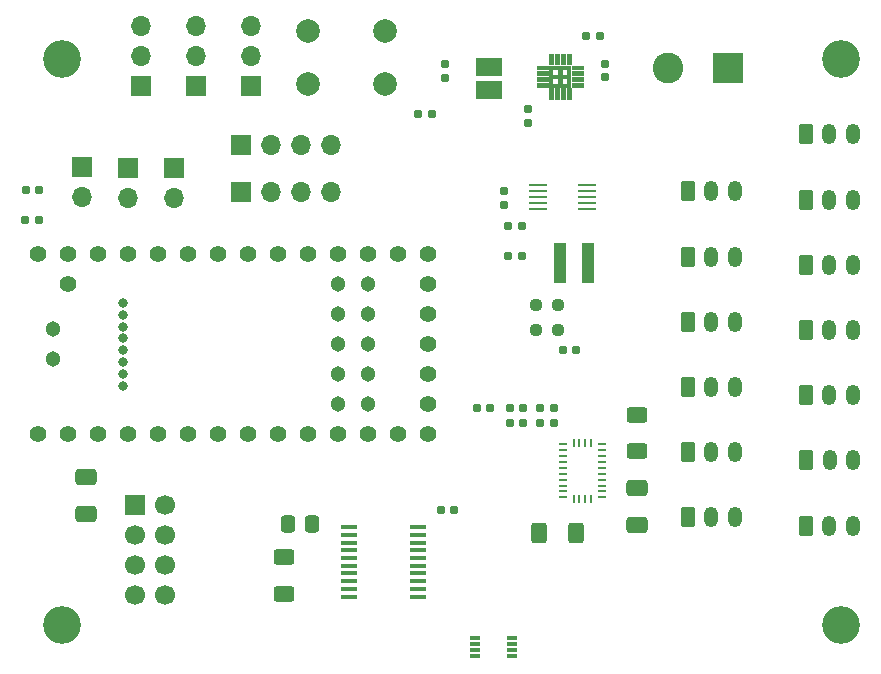
<source format=gbr>
%TF.GenerationSoftware,KiCad,Pcbnew,8.0.7*%
%TF.CreationDate,2024-12-28T15:18:58+07:00*%
%TF.ProjectId,Teensy4.0PCB,5465656e-7379-4342-9e30-5043422e6b69,rev?*%
%TF.SameCoordinates,Original*%
%TF.FileFunction,Soldermask,Top*%
%TF.FilePolarity,Negative*%
%FSLAX46Y46*%
G04 Gerber Fmt 4.6, Leading zero omitted, Abs format (unit mm)*
G04 Created by KiCad (PCBNEW 8.0.7) date 2024-12-28 15:18:58*
%MOMM*%
%LPD*%
G01*
G04 APERTURE LIST*
G04 Aperture macros list*
%AMRoundRect*
0 Rectangle with rounded corners*
0 $1 Rounding radius*
0 $2 $3 $4 $5 $6 $7 $8 $9 X,Y pos of 4 corners*
0 Add a 4 corners polygon primitive as box body*
4,1,4,$2,$3,$4,$5,$6,$7,$8,$9,$2,$3,0*
0 Add four circle primitives for the rounded corners*
1,1,$1+$1,$2,$3*
1,1,$1+$1,$4,$5*
1,1,$1+$1,$6,$7*
1,1,$1+$1,$8,$9*
0 Add four rect primitives between the rounded corners*
20,1,$1+$1,$2,$3,$4,$5,0*
20,1,$1+$1,$4,$5,$6,$7,0*
20,1,$1+$1,$6,$7,$8,$9,0*
20,1,$1+$1,$8,$9,$2,$3,0*%
G04 Aperture macros list end*
%ADD10C,0.000000*%
%ADD11RoundRect,0.155000X-0.155000X0.212500X-0.155000X-0.212500X0.155000X-0.212500X0.155000X0.212500X0*%
%ADD12RoundRect,0.155000X0.212500X0.155000X-0.212500X0.155000X-0.212500X-0.155000X0.212500X-0.155000X0*%
%ADD13RoundRect,0.160000X0.160000X-0.197500X0.160000X0.197500X-0.160000X0.197500X-0.160000X-0.197500X0*%
%ADD14RoundRect,0.160000X-0.197500X-0.160000X0.197500X-0.160000X0.197500X0.160000X-0.197500X0.160000X0*%
%ADD15R,0.850000X0.280000*%
%ADD16R,0.280000X0.850000*%
%ADD17R,1.574800X0.279400*%
%ADD18R,0.850000X0.300000*%
%ADD19R,1.475000X0.450000*%
%ADD20RoundRect,0.250000X-0.337500X-0.475000X0.337500X-0.475000X0.337500X0.475000X-0.337500X0.475000X0*%
%ADD21RoundRect,0.250000X-0.625000X0.400000X-0.625000X-0.400000X0.625000X-0.400000X0.625000X0.400000X0*%
%ADD22RoundRect,0.250000X0.650000X-0.412500X0.650000X0.412500X-0.650000X0.412500X-0.650000X-0.412500X0*%
%ADD23RoundRect,0.250000X-0.400000X-0.625000X0.400000X-0.625000X0.400000X0.625000X-0.400000X0.625000X0*%
%ADD24RoundRect,0.155000X-0.212500X-0.155000X0.212500X-0.155000X0.212500X0.155000X-0.212500X0.155000X0*%
%ADD25R,2.260600X1.498600*%
%ADD26R,0.980000X3.400000*%
%ADD27RoundRect,0.237500X-0.250000X-0.237500X0.250000X-0.237500X0.250000X0.237500X-0.250000X0.237500X0*%
%ADD28RoundRect,0.160000X0.197500X0.160000X-0.197500X0.160000X-0.197500X-0.160000X0.197500X-0.160000X0*%
%ADD29R,0.675000X0.254000*%
%ADD30R,0.254000X0.675000*%
%ADD31R,1.700000X1.700000*%
%ADD32C,1.700000*%
%ADD33C,1.404000*%
%ADD34C,1.304000*%
%ADD35C,0.804000*%
%ADD36RoundRect,0.250000X-0.350000X-0.625000X0.350000X-0.625000X0.350000X0.625000X-0.350000X0.625000X0*%
%ADD37O,1.200000X1.750000*%
%ADD38O,1.700000X1.700000*%
%ADD39C,2.000000*%
%ADD40R,2.600000X2.600000*%
%ADD41C,2.600000*%
%ADD42C,3.200000*%
G04 APERTURE END LIST*
D10*
%TO.C,U4*%
G36*
X155244594Y-72209598D02*
G01*
X154255403Y-72209598D01*
X154255403Y-71790404D01*
X155244594Y-71790404D01*
X155244594Y-72209598D01*
G37*
G36*
X155244594Y-72709597D02*
G01*
X154255403Y-72709597D01*
X154255403Y-72290406D01*
X155244594Y-72290406D01*
X155244594Y-72709597D01*
G37*
G36*
X155244594Y-73209596D02*
G01*
X154255403Y-73209596D01*
X154255403Y-72790405D01*
X155244594Y-72790405D01*
X155244594Y-73209596D01*
G37*
G36*
X155244594Y-73709598D02*
G01*
X154255403Y-73709598D01*
X154255403Y-73290404D01*
X155244594Y-73290404D01*
X155244594Y-73709598D01*
G37*
G36*
X155684405Y-74719596D02*
G01*
X155265213Y-74719596D01*
X155265213Y-73730405D01*
X155684405Y-73730405D01*
X155684405Y-74719596D01*
G37*
G36*
X156184531Y-74719596D02*
G01*
X155765339Y-74719596D01*
X155765339Y-73730405D01*
X156184531Y-73730405D01*
X156184531Y-74719596D01*
G37*
G36*
X156684657Y-74719596D02*
G01*
X156265465Y-74719596D01*
X156265465Y-73730405D01*
X156684657Y-73730405D01*
X156684657Y-74719596D01*
G37*
G36*
X157184783Y-74719596D02*
G01*
X156765591Y-74719596D01*
X156765591Y-73730405D01*
X157184783Y-73730405D01*
X157184783Y-74719596D01*
G37*
G36*
X158194593Y-73709598D02*
G01*
X157205402Y-73709598D01*
X157205402Y-73290404D01*
X158194593Y-73290404D01*
X158194593Y-73709598D01*
G37*
G36*
X158194593Y-73209596D02*
G01*
X157205402Y-73209596D01*
X157205402Y-72790405D01*
X158194593Y-72790405D01*
X158194593Y-73209596D01*
G37*
G36*
X158194593Y-72709597D02*
G01*
X157205402Y-72709597D01*
X157205402Y-72290406D01*
X158194593Y-72290406D01*
X158194593Y-72709597D01*
G37*
G36*
X158194593Y-72209598D02*
G01*
X157205402Y-72209598D01*
X157205402Y-71790404D01*
X158194593Y-71790404D01*
X158194593Y-72209598D01*
G37*
G36*
X157184783Y-71769597D02*
G01*
X156765591Y-71769597D01*
X156765591Y-70780406D01*
X157184783Y-70780406D01*
X157184783Y-71769597D01*
G37*
G36*
X156684657Y-71769597D02*
G01*
X156265465Y-71769597D01*
X156265465Y-70780406D01*
X156684657Y-70780406D01*
X156684657Y-71769597D01*
G37*
G36*
X156184531Y-71769597D02*
G01*
X155765339Y-71769597D01*
X155765339Y-70780406D01*
X156184531Y-70780406D01*
X156184531Y-71769597D01*
G37*
G36*
X155684405Y-71769597D02*
G01*
X155265213Y-71769597D01*
X155265213Y-70780406D01*
X155684405Y-70780406D01*
X155684405Y-71769597D01*
G37*
G36*
X157138498Y-72156301D02*
G01*
X155311498Y-72156301D01*
X155311498Y-71836501D01*
X157138498Y-71836501D01*
X157138498Y-72156301D01*
G37*
G36*
X157138498Y-72943701D02*
G01*
X155311498Y-72943701D01*
X155311498Y-72556301D01*
X157138498Y-72556301D01*
X157138498Y-72943701D01*
G37*
G36*
X157138498Y-73663501D02*
G01*
X155311498Y-73663501D01*
X155311498Y-73343701D01*
X157138498Y-73343701D01*
X157138498Y-73663501D01*
G37*
G36*
X155631298Y-73663501D02*
G01*
X155311498Y-73663501D01*
X155311498Y-71836501D01*
X155631298Y-71836501D01*
X155631298Y-73663501D01*
G37*
G36*
X156418698Y-73663501D02*
G01*
X156031298Y-73663501D01*
X156031298Y-71836501D01*
X156418698Y-71836501D01*
X156418698Y-73663501D01*
G37*
G36*
X157138498Y-73663501D02*
G01*
X156818698Y-73663501D01*
X156818698Y-71836501D01*
X157138498Y-71836501D01*
X157138498Y-73663501D01*
G37*
%TD*%
D11*
%TO.C,C10*%
X159999999Y-72767502D03*
X159999999Y-71632502D03*
%TD*%
D12*
%TO.C,C11*%
X158432499Y-69300002D03*
X159567499Y-69300002D03*
%TD*%
D13*
%TO.C,R7*%
X153500000Y-76697500D03*
X153500000Y-75502500D03*
%TD*%
D14*
%TO.C,R4*%
X145397500Y-75900000D03*
X144202500Y-75900000D03*
%TD*%
D11*
%TO.C,C14*%
X146500000Y-71700000D03*
X146500000Y-72835000D03*
%TD*%
D15*
%TO.C,U4*%
X154749997Y-72000000D03*
X154749997Y-72500001D03*
X154749997Y-73000001D03*
X154749997Y-73500002D03*
D16*
X155474809Y-74225002D03*
X155974935Y-74225002D03*
X156475061Y-74225002D03*
X156975187Y-74225002D03*
D15*
X157699999Y-73500002D03*
X157699999Y-73000001D03*
X157699999Y-72500001D03*
X157699999Y-72000000D03*
D16*
X156975187Y-71275000D03*
X156475061Y-71275000D03*
X155974935Y-71275000D03*
X155474809Y-71275000D03*
%TD*%
D17*
%TO.C,U5*%
X154304500Y-81899999D03*
X154304500Y-82400001D03*
X154304500Y-82900000D03*
X154304500Y-83399999D03*
X154304500Y-83900001D03*
X158495500Y-83900001D03*
X158495500Y-83399999D03*
X158495500Y-82900000D03*
X158495500Y-82400001D03*
X158495500Y-81899999D03*
%TD*%
D18*
%TO.C,IC2*%
X149000000Y-120300000D03*
X149000000Y-120800000D03*
X149000000Y-121300000D03*
X149000000Y-121800000D03*
X152150000Y-121800000D03*
X152150000Y-121300000D03*
X152150000Y-120800000D03*
X152150000Y-120300000D03*
%TD*%
D19*
%TO.C,IC1*%
X138324000Y-110900000D03*
X138324000Y-111550000D03*
X138324000Y-112200000D03*
X138324000Y-112850000D03*
X138324000Y-113500000D03*
X138324000Y-114150000D03*
X138324000Y-114800000D03*
X138324000Y-115450000D03*
X138324000Y-116100000D03*
X138324000Y-116750000D03*
X144200000Y-116750000D03*
X144200000Y-116100000D03*
X144200000Y-115450000D03*
X144200000Y-114800000D03*
X144200000Y-114150000D03*
X144200000Y-113500000D03*
X144200000Y-112850000D03*
X144200000Y-112200000D03*
X144200000Y-111550000D03*
X144200000Y-110900000D03*
%TD*%
D20*
%TO.C,C6*%
X133162500Y-110600000D03*
X135237500Y-110600000D03*
%TD*%
D21*
%TO.C,R1*%
X162700000Y-101350000D03*
X162700000Y-104450000D03*
%TD*%
D22*
%TO.C,C5*%
X162700000Y-110662500D03*
X162700000Y-107537500D03*
%TD*%
D23*
%TO.C,R2*%
X154450000Y-111400000D03*
X157550000Y-111400000D03*
%TD*%
D22*
%TO.C,C1*%
X116100000Y-109725000D03*
X116100000Y-106600000D03*
%TD*%
D21*
%TO.C,R3*%
X132800000Y-113400000D03*
X132800000Y-116500000D03*
%TD*%
D24*
%TO.C,C13*%
X156432500Y-95900000D03*
X157567500Y-95900000D03*
%TD*%
D11*
%TO.C,C12*%
X151500000Y-82432500D03*
X151500000Y-83567500D03*
%TD*%
D24*
%TO.C,C9*%
X110932500Y-84900000D03*
X112067500Y-84900000D03*
%TD*%
%TO.C,C8*%
X110982500Y-82360000D03*
X112117500Y-82360000D03*
%TD*%
D12*
%TO.C,C7*%
X147267500Y-109400000D03*
X146132500Y-109400000D03*
%TD*%
D24*
%TO.C,C4*%
X151932500Y-100800000D03*
X153067500Y-100800000D03*
%TD*%
D12*
%TO.C,C3*%
X153067500Y-102100000D03*
X151932500Y-102100000D03*
%TD*%
D24*
%TO.C,C2*%
X149132500Y-100800000D03*
X150267500Y-100800000D03*
%TD*%
D25*
%TO.C,L1*%
X150200000Y-71947500D03*
X150200000Y-73852500D03*
%TD*%
D26*
%TO.C,L2*%
X156215000Y-88500000D03*
X158585000Y-88500000D03*
%TD*%
D27*
%TO.C,R11*%
X154175000Y-94200000D03*
X156000000Y-94200000D03*
%TD*%
%TO.C,R10*%
X154187500Y-92100000D03*
X156012500Y-92100000D03*
%TD*%
D28*
%TO.C,R9*%
X152997500Y-85400000D03*
X151802500Y-85400000D03*
%TD*%
D14*
%TO.C,R8*%
X151802500Y-87900000D03*
X152997500Y-87900000D03*
%TD*%
D29*
%TO.C,U3*%
X156437500Y-108350000D03*
D30*
X157350000Y-108487500D03*
X157850000Y-108487500D03*
X158350000Y-108487500D03*
X158850000Y-108487500D03*
D29*
X159762500Y-108350000D03*
X159762500Y-107850000D03*
X159762500Y-107350000D03*
X159762500Y-106850000D03*
X159762500Y-106350000D03*
X159762500Y-105850000D03*
X159762500Y-105350000D03*
X159762500Y-104850000D03*
X159762500Y-104350000D03*
X159762500Y-103850000D03*
D30*
X158850000Y-103712500D03*
X158350000Y-103712500D03*
X157850000Y-103712500D03*
X157350000Y-103712500D03*
D29*
X156437500Y-103850000D03*
X156437500Y-104350000D03*
X156437500Y-104850000D03*
X156437500Y-105350000D03*
X156437500Y-105850000D03*
X156437500Y-106350000D03*
X156437500Y-106850000D03*
X156437500Y-107350000D03*
X156437500Y-107850000D03*
%TD*%
D31*
%TO.C,U2*%
X120210500Y-108975000D03*
D32*
X122750500Y-108975000D03*
X120210500Y-111515000D03*
X122750500Y-111515000D03*
X120210500Y-114055000D03*
X122750500Y-114055000D03*
X120210500Y-116595000D03*
X122750500Y-116595000D03*
%TD*%
D33*
%TO.C,U1*%
X142505000Y-103020000D03*
X112025000Y-87780000D03*
X114565000Y-90320000D03*
X114565000Y-87780000D03*
X117105000Y-87780000D03*
X119645000Y-87780000D03*
X122185000Y-87780000D03*
X124725000Y-87780000D03*
X127265000Y-87780000D03*
X129805000Y-87780000D03*
X132345000Y-87780000D03*
X134885000Y-87780000D03*
X137425000Y-87780000D03*
X139965000Y-87780000D03*
X142505000Y-87780000D03*
X145045000Y-87780000D03*
X145045000Y-90320000D03*
X145045000Y-92860000D03*
X145045000Y-95400000D03*
X145045000Y-97940000D03*
X145045000Y-100480000D03*
X145045000Y-103020000D03*
X139965000Y-103020000D03*
X137425000Y-103020000D03*
X134885000Y-103020000D03*
X132345000Y-103020000D03*
X129805000Y-103020000D03*
X127265000Y-103020000D03*
X124725000Y-103020000D03*
X122185000Y-103020000D03*
X119645000Y-103020000D03*
X117105000Y-103020000D03*
D34*
X113295000Y-96670000D03*
X113295000Y-94130000D03*
D35*
X119163400Y-98900000D03*
X119163400Y-97900000D03*
X119163400Y-96900000D03*
X119163400Y-95900000D03*
X119163400Y-94900000D03*
X119163400Y-93900000D03*
X119163400Y-92900000D03*
X119163400Y-91900000D03*
D34*
X137425000Y-100480000D03*
X139965000Y-100480000D03*
X137425000Y-97940000D03*
X139965000Y-97940000D03*
X137425000Y-95400000D03*
X139965000Y-95400000D03*
X137425000Y-92860000D03*
X139965000Y-92860000D03*
X137425000Y-90320000D03*
X139965000Y-90320000D03*
D33*
X114565000Y-103020000D03*
X112025000Y-103020000D03*
%TD*%
D36*
%TO.C,servo13*%
X177050000Y-105150000D03*
D37*
X179050000Y-105150000D03*
X181050000Y-105150000D03*
%TD*%
D36*
%TO.C,servo12*%
X177000000Y-110800000D03*
D37*
X179000000Y-110800000D03*
X181000000Y-110800000D03*
%TD*%
D36*
%TO.C,servo11*%
X167000000Y-110000000D03*
D37*
X169000000Y-110000000D03*
X171000000Y-110000000D03*
%TD*%
D36*
%TO.C,servo10*%
X177000000Y-99650000D03*
D37*
X179000000Y-99650000D03*
X181000000Y-99650000D03*
%TD*%
D36*
%TO.C,servo9*%
X177000000Y-94150000D03*
D37*
X179000000Y-94150000D03*
X181000000Y-94150000D03*
%TD*%
D36*
%TO.C,servo8*%
X177000000Y-88650000D03*
D37*
X179000000Y-88650000D03*
X181000000Y-88650000D03*
%TD*%
D36*
%TO.C,servo7*%
X177000000Y-83150000D03*
D37*
X179000000Y-83150000D03*
X181000000Y-83150000D03*
%TD*%
D36*
%TO.C,servo6*%
X177000000Y-77600000D03*
D37*
X179000000Y-77600000D03*
X181000000Y-77600000D03*
%TD*%
D36*
%TO.C,servo5*%
X167000000Y-104500000D03*
D37*
X169000000Y-104500000D03*
X171000000Y-104500000D03*
%TD*%
D36*
%TO.C,servo4*%
X167000000Y-99000000D03*
D37*
X169000000Y-99000000D03*
X171000000Y-99000000D03*
%TD*%
D36*
%TO.C,servo3*%
X167000000Y-93500000D03*
D37*
X169000000Y-93500000D03*
X171000000Y-93500000D03*
%TD*%
D36*
%TO.C,servo2*%
X167000000Y-88000000D03*
D37*
X169000000Y-88000000D03*
X171000000Y-88000000D03*
%TD*%
D36*
%TO.C,servo1*%
X167000000Y-82450000D03*
D37*
X169000000Y-82450000D03*
X171000000Y-82450000D03*
%TD*%
D31*
%TO.C,S5*%
X115700000Y-80400000D03*
D38*
X115700000Y-82940000D03*
%TD*%
D31*
%TO.C,S4*%
X119600000Y-80440000D03*
D38*
X119600000Y-82980000D03*
%TD*%
D31*
%TO.C,S3*%
X123500000Y-80440000D03*
D38*
X123500000Y-82980000D03*
%TD*%
D31*
%TO.C,J2*%
X129200000Y-82500000D03*
D38*
X131740000Y-82500000D03*
X134280000Y-82500000D03*
X136820000Y-82500000D03*
%TD*%
D31*
%TO.C,J1*%
X129200000Y-78500000D03*
D38*
X131740000Y-78500000D03*
X134280000Y-78500000D03*
X136820000Y-78500000D03*
%TD*%
D39*
%TO.C,Button*%
X134850000Y-68850000D03*
X141350000Y-68850000D03*
X134850000Y-73350000D03*
X141350000Y-73350000D03*
%TD*%
D40*
%TO.C,Main-Terminal1*%
X170400000Y-72000000D03*
D41*
X165320000Y-72000000D03*
%TD*%
D38*
%TO.C,GND1*%
X120700000Y-68460000D03*
X120700000Y-71000000D03*
D31*
X120700000Y-73540000D03*
%TD*%
D38*
%TO.C,5V1*%
X125350000Y-68460000D03*
X125350000Y-71000000D03*
D31*
X125350000Y-73540000D03*
%TD*%
D38*
%TO.C,3.3V1*%
X130000000Y-68460000D03*
X130000000Y-71000000D03*
D31*
X130000000Y-73540000D03*
%TD*%
D42*
%TO.C,H3*%
X180000000Y-119200000D03*
%TD*%
%TO.C,H4*%
X180000000Y-71200000D03*
%TD*%
%TO.C,H1*%
X114000000Y-71200000D03*
%TD*%
%TO.C,H2*%
X114000000Y-119200000D03*
%TD*%
D14*
%TO.C,R6*%
X154502500Y-100800000D03*
X155697500Y-100800000D03*
%TD*%
D28*
%TO.C,R5*%
X154502500Y-102100000D03*
X155697500Y-102100000D03*
%TD*%
M02*

</source>
